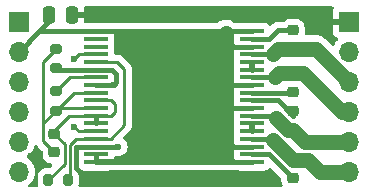
<source format=gbr>
%TF.GenerationSoftware,KiCad,Pcbnew,(6.0.7)*%
%TF.CreationDate,2023-04-08T21:33:57+09:00*%
%TF.ProjectId,motordriver,6d6f746f-7264-4726-9976-65722e6b6963,rev?*%
%TF.SameCoordinates,Original*%
%TF.FileFunction,Copper,L1,Top*%
%TF.FilePolarity,Positive*%
%FSLAX46Y46*%
G04 Gerber Fmt 4.6, Leading zero omitted, Abs format (unit mm)*
G04 Created by KiCad (PCBNEW (6.0.7)) date 2023-04-08 21:33:57*
%MOMM*%
%LPD*%
G01*
G04 APERTURE LIST*
G04 Aperture macros list*
%AMRoundRect*
0 Rectangle with rounded corners*
0 $1 Rounding radius*
0 $2 $3 $4 $5 $6 $7 $8 $9 X,Y pos of 4 corners*
0 Add a 4 corners polygon primitive as box body*
4,1,4,$2,$3,$4,$5,$6,$7,$8,$9,$2,$3,0*
0 Add four circle primitives for the rounded corners*
1,1,$1+$1,$2,$3*
1,1,$1+$1,$4,$5*
1,1,$1+$1,$6,$7*
1,1,$1+$1,$8,$9*
0 Add four rect primitives between the rounded corners*
20,1,$1+$1,$2,$3,$4,$5,0*
20,1,$1+$1,$4,$5,$6,$7,0*
20,1,$1+$1,$6,$7,$8,$9,0*
20,1,$1+$1,$8,$9,$2,$3,0*%
G04 Aperture macros list end*
%TA.AperFunction,SMDPad,CuDef*%
%ADD10RoundRect,0.200000X0.275000X-0.200000X0.275000X0.200000X-0.275000X0.200000X-0.275000X-0.200000X0*%
%TD*%
%TA.AperFunction,SMDPad,CuDef*%
%ADD11RoundRect,0.225000X-0.250000X0.225000X-0.250000X-0.225000X0.250000X-0.225000X0.250000X0.225000X0*%
%TD*%
%TA.AperFunction,ComponentPad*%
%ADD12O,1.700000X1.700000*%
%TD*%
%TA.AperFunction,ComponentPad*%
%ADD13R,1.700000X1.700000*%
%TD*%
%TA.AperFunction,SMDPad,CuDef*%
%ADD14RoundRect,0.225000X0.250000X-0.225000X0.250000X0.225000X-0.250000X0.225000X-0.250000X-0.225000X0*%
%TD*%
%TA.AperFunction,SMDPad,CuDef*%
%ADD15RoundRect,0.200000X-0.200000X-0.275000X0.200000X-0.275000X0.200000X0.275000X-0.200000X0.275000X0*%
%TD*%
%TA.AperFunction,SMDPad,CuDef*%
%ADD16R,2.000000X0.450000*%
%TD*%
%TA.AperFunction,SMDPad,CuDef*%
%ADD17RoundRect,0.250000X-0.250000X-0.475000X0.250000X-0.475000X0.250000X0.475000X-0.250000X0.475000X0*%
%TD*%
%TA.AperFunction,ViaPad*%
%ADD18C,0.600000*%
%TD*%
%TA.AperFunction,Conductor*%
%ADD19C,0.400000*%
%TD*%
%TA.AperFunction,Conductor*%
%ADD20C,0.254000*%
%TD*%
%TA.AperFunction,Conductor*%
%ADD21C,1.270000*%
%TD*%
G04 APERTURE END LIST*
D10*
%TO.P,R2,2*%
%TO.N,VSS*%
X132539500Y-94692600D03*
%TO.P,R2,1*%
%TO.N,GND*%
X132539500Y-96342600D03*
%TD*%
D11*
%TO.P,C3,2*%
%TO.N,OUT2_1*%
X152580100Y-101537400D03*
%TO.P,C3,1*%
%TO.N,Net-(C3-Pad1)*%
X152580100Y-99987400D03*
%TD*%
D12*
%TO.P,J2,6,Pin_6*%
%TO.N,RESET*%
X129364500Y-105080400D03*
%TO.P,J2,5,Pin_5*%
%TO.N,PWM_2*%
X129364500Y-102540400D03*
%TO.P,J2,4,Pin_4*%
%TO.N,PWM_1*%
X129364500Y-100000400D03*
%TO.P,J2,3,Pin_3*%
%TO.N,unconnected-(J2-Pad3)*%
X129364500Y-97460400D03*
%TO.P,J2,2,Pin_2*%
%TO.N,+12V*%
X129364500Y-94920400D03*
D13*
%TO.P,J2,1,Pin_1*%
%TO.N,GND*%
X129364500Y-92380400D03*
%TD*%
D12*
%TO.P,J1,6,Pin_6*%
%TO.N,OUT2_2*%
X157304500Y-105080400D03*
%TO.P,J1,5,Pin_5*%
%TO.N,OUT2_1*%
X157304500Y-102540400D03*
%TO.P,J1,4,Pin_4*%
%TO.N,OUT1_2*%
X157304500Y-100000400D03*
%TO.P,J1,3,Pin_3*%
%TO.N,OUT1_1*%
X157304500Y-97460400D03*
%TO.P,J1,2,Pin_2*%
%TO.N,+12V*%
X157304500Y-94920400D03*
D13*
%TO.P,J1,1,Pin_1*%
%TO.N,GND*%
X157304500Y-92380400D03*
%TD*%
D14*
%TO.P,C5,2*%
%TO.N,+3.3V*%
X132361700Y-101867000D03*
%TO.P,C5,1*%
%TO.N,VSS*%
X132361700Y-103417000D03*
%TD*%
D15*
%TO.P,R3,1*%
%TO.N,+3.3V*%
X131866900Y-105791600D03*
%TO.P,R3,2*%
%TO.N,RESET*%
X133516900Y-105791600D03*
%TD*%
D10*
%TO.P,R1,2*%
%TO.N,Net-(IC1-Pad7)*%
X132539500Y-98261800D03*
%TO.P,R1,1*%
%TO.N,VSS*%
X132539500Y-99911800D03*
%TD*%
D14*
%TO.P,C4,2*%
%TO.N,OUT2_2*%
X152580100Y-104076800D03*
%TO.P,C4,1*%
%TO.N,Net-(C4-Pad1)*%
X152580100Y-105626800D03*
%TD*%
D16*
%TO.P,IC1,36,GVDD_A*%
%TO.N,+12V*%
X149121700Y-93205400D03*
%TO.P,IC1,35,BST_A*%
%TO.N,Net-(C1-Pad1)*%
X149121700Y-93855400D03*
%TO.P,IC1,34,PVDD_A*%
%TO.N,+12V*%
X149121700Y-94505400D03*
%TO.P,IC1,33,OUT_A*%
%TO.N,OUT1_1*%
X149121700Y-95155400D03*
%TO.P,IC1,32,GND_A*%
%TO.N,GND*%
X149121700Y-95805400D03*
%TO.P,IC1,31,GND_B*%
X149121700Y-96455400D03*
%TO.P,IC1,30,OUT_B*%
%TO.N,OUT1_2*%
X149121700Y-97105400D03*
%TO.P,IC1,29,PVDD_B*%
%TO.N,+12V*%
X149121700Y-97755400D03*
%TO.P,IC1,28,BST_B*%
%TO.N,Net-(C2-Pad1)*%
X149121700Y-98405400D03*
%TO.P,IC1,27,BST_C*%
%TO.N,Net-(C3-Pad1)*%
X149121700Y-99055400D03*
%TO.P,IC1,26,PVDD_C*%
%TO.N,+12V*%
X149121700Y-99705400D03*
%TO.P,IC1,25,OUT_C*%
%TO.N,OUT2_1*%
X149121700Y-100355400D03*
%TO.P,IC1,24,GND_C*%
%TO.N,GND*%
X149121700Y-101005400D03*
%TO.P,IC1,23,GND_D*%
X149121700Y-101655400D03*
%TO.P,IC1,22,OUT_D*%
%TO.N,OUT2_2*%
X149121700Y-102305400D03*
%TO.P,IC1,21,PVDD_D*%
%TO.N,+12V*%
X149121700Y-102955400D03*
%TO.P,IC1,20,BST_D*%
%TO.N,Net-(C4-Pad1)*%
X149121700Y-103605400D03*
%TO.P,IC1,19,GVDD_D*%
%TO.N,+12V*%
X149121700Y-104255400D03*
%TO.P,IC1,18,GVDD_C*%
X135921700Y-104255400D03*
%TO.P,IC1,17,VDD*%
X135921700Y-103605400D03*
%TO.P,IC1,16,PWM_D*%
%TO.N,GND*%
X135921700Y-102955400D03*
%TO.P,IC1,15,~{RESET_CD}*%
%TO.N,RESET*%
X135921700Y-102305400D03*
%TO.P,IC1,14,PWM_C*%
%TO.N,PWM_2*%
X135921700Y-101655400D03*
%TO.P,IC1,13,M1*%
%TO.N,+3.3V*%
X135921700Y-101005400D03*
%TO.P,IC1,12,M2*%
X135921700Y-100355400D03*
%TO.P,IC1,11,M3*%
%TO.N,VSS*%
X135921700Y-99705400D03*
%TO.P,IC1,10,VREG*%
%TO.N,+3.3V*%
X135921700Y-99055400D03*
%TO.P,IC1,9,AGND*%
%TO.N,VSS*%
X135921700Y-98405400D03*
%TO.P,IC1,8,GND*%
%TO.N,GND*%
X135921700Y-97755400D03*
%TO.P,IC1,7,OC_ADJ*%
%TO.N,Net-(IC1-Pad7)*%
X135921700Y-97105400D03*
%TO.P,IC1,6,PWM_B*%
%TO.N,GND*%
X135921700Y-96455400D03*
%TO.P,IC1,5,~{RESET_AB}*%
%TO.N,RESET*%
X135921700Y-95805400D03*
%TO.P,IC1,4,PWM_A*%
%TO.N,PWM_1*%
X135921700Y-95155400D03*
%TO.P,IC1,3,~{FAULT}*%
%TO.N,unconnected-(IC1-Pad3)*%
X135921700Y-94505400D03*
%TO.P,IC1,2,~{OTW}*%
%TO.N,unconnected-(IC1-Pad2)*%
X135921700Y-93855400D03*
%TO.P,IC1,1,GVDD_B*%
%TO.N,+12V*%
X135921700Y-93205400D03*
%TD*%
D14*
%TO.P,C2,2*%
%TO.N,OUT1_2*%
X152580100Y-96748600D03*
%TO.P,C2,1*%
%TO.N,Net-(C2-Pad1)*%
X152580100Y-98298600D03*
%TD*%
D17*
%TO.P,C7,1*%
%TO.N,+12V*%
X131945100Y-91821600D03*
%TO.P,C7,2*%
%TO.N,GND*%
X133845100Y-91821600D03*
%TD*%
D11*
%TO.P,C1,2*%
%TO.N,OUT1_1*%
X152580100Y-94679400D03*
%TO.P,C1,1*%
%TO.N,Net-(C1-Pad1)*%
X152580100Y-93129400D03*
%TD*%
D18*
%TO.N,RESET*%
X133516900Y-105791600D03*
%TO.N,GND*%
X145137900Y-105842400D03*
X137365500Y-105994800D03*
X130380500Y-103734200D03*
X143715500Y-91847000D03*
X139930900Y-91720000D03*
X143156700Y-105740800D03*
X135536700Y-91821600D03*
X137763300Y-102955400D03*
X137403600Y-97727100D03*
X132539500Y-96342600D03*
X149121700Y-96092800D03*
X140540500Y-105715400D03*
X149121700Y-101350600D03*
X148744700Y-91821600D03*
X150929100Y-105766200D03*
X155120100Y-91821600D03*
X148058900Y-105969400D03*
%TO.N,PWM_1*%
X134038100Y-95555400D03*
%TO.N,+12V*%
X146915900Y-98095400D03*
X146915900Y-96596800D03*
%TO.N,PWM_2*%
X134063500Y-101295800D03*
%TD*%
D19*
%TO.N,+12V*%
X135921700Y-93205400D02*
X131079500Y-93205400D01*
X131079500Y-93205400D02*
X129364500Y-94920400D01*
X131945100Y-92339800D02*
X131945100Y-91821600D01*
X131079500Y-93205400D02*
X131945100Y-92339800D01*
D20*
%TO.N,+3.3V*%
X133234900Y-104423600D02*
X131866900Y-105791600D01*
%TO.N,RESET*%
X133688900Y-102788000D02*
X133688900Y-105619600D01*
X133688900Y-105619600D02*
X133516900Y-105791600D01*
%TO.N,+3.3V*%
X132361700Y-101867000D02*
X133234900Y-102740200D01*
X133234900Y-102740200D02*
X133234900Y-104029400D01*
X133234900Y-104029400D02*
X133234900Y-104423600D01*
%TO.N,RESET*%
X135921700Y-102305400D02*
X134171500Y-102305400D01*
X134171500Y-102305400D02*
X133688900Y-102788000D01*
D21*
%TO.N,OUT1_1*%
X157304500Y-97460400D02*
X154523500Y-94679400D01*
X154523500Y-94679400D02*
X152580100Y-94679400D01*
D19*
X149121700Y-95155400D02*
X150846500Y-95155400D01*
D21*
X151322500Y-94679400D02*
X150846500Y-95155400D01*
X152580100Y-94679400D02*
X151322500Y-94679400D01*
D19*
%TO.N,Net-(C2-Pad1)*%
X149121700Y-98405400D02*
X152473300Y-98405400D01*
X152473300Y-98405400D02*
X152580100Y-98298600D01*
%TO.N,OUT1_2*%
X149121700Y-97105400D02*
X150802700Y-97105400D01*
D21*
X157304500Y-100000400D02*
X156720300Y-100000400D01*
D19*
X150802700Y-97105400D02*
X151056700Y-97105400D01*
D21*
X156720300Y-100000400D02*
X153468500Y-96748600D01*
X151413500Y-96748600D02*
X151056700Y-97105400D01*
X152580100Y-96748600D02*
X151413500Y-96748600D01*
X153468500Y-96748600D02*
X152580100Y-96748600D01*
D19*
%TO.N,Net-(C3-Pad1)*%
X149121700Y-99055400D02*
X151305500Y-99055400D01*
X151305500Y-99055400D02*
X152580100Y-100330000D01*
D21*
%TO.N,OUT2_1*%
X152580100Y-101537400D02*
X152135900Y-101537400D01*
D19*
X150699900Y-100355400D02*
X151004700Y-100355400D01*
D21*
X157304500Y-102540400D02*
X153583100Y-102540400D01*
D19*
X149121700Y-100355400D02*
X150699900Y-100355400D01*
D21*
X152135900Y-101537400D02*
X151132300Y-100533800D01*
X153583100Y-102540400D02*
X152580100Y-101537400D01*
D19*
%TO.N,Net-(C4-Pad1)*%
X149121700Y-103605400D02*
X150558700Y-103605400D01*
X150558700Y-103605400D02*
X152580100Y-105626800D01*
D21*
%TO.N,OUT2_2*%
X154866100Y-105080400D02*
X153862500Y-104076800D01*
X152580100Y-104076800D02*
X152580100Y-104060494D01*
X152580100Y-104060494D02*
X150886553Y-102366947D01*
X153862500Y-104076800D02*
X152580100Y-104076800D01*
D19*
X150694100Y-102305400D02*
X150948100Y-102305400D01*
X149121700Y-102305400D02*
X150694100Y-102305400D01*
D21*
X157304500Y-105080400D02*
X154866100Y-105080400D01*
D19*
%TO.N,GND*%
X137296700Y-96455400D02*
X137619500Y-96778200D01*
X132652300Y-96455400D02*
X132539500Y-96342600D01*
X135921700Y-102955400D02*
X137763300Y-102955400D01*
X149121700Y-101005400D02*
X149121700Y-101350600D01*
X149121700Y-95805400D02*
X149121700Y-96092800D01*
X149121700Y-101350600D02*
X149121700Y-101655400D01*
X137619500Y-97511200D02*
X137403600Y-97727100D01*
X134215900Y-103023000D02*
X134215900Y-104242200D01*
X135921700Y-96455400D02*
X132652300Y-96455400D01*
X135921700Y-96455400D02*
X137296700Y-96455400D01*
X134215900Y-104775600D02*
X134647700Y-105207400D01*
X134283500Y-102955400D02*
X134215900Y-103023000D01*
X135921700Y-102955400D02*
X134283500Y-102955400D01*
X149121700Y-96092800D02*
X149121700Y-96455400D01*
X137403600Y-97727100D02*
X137375300Y-97755400D01*
X137619500Y-96778200D02*
X137619500Y-97511200D01*
X134215900Y-104242200D02*
X134215900Y-104775600D01*
X137375300Y-97755400D02*
X135921700Y-97755400D01*
D20*
%TO.N,Net-(IC1-Pad7)*%
X133695900Y-97105400D02*
X132539500Y-98261800D01*
X135921700Y-97105400D02*
X133695900Y-97105400D01*
D19*
%TO.N,Net-(C1-Pad1)*%
X150571700Y-93855400D02*
X151297700Y-93129400D01*
X149121700Y-93855400D02*
X150571700Y-93855400D01*
X151297700Y-93129400D02*
X152580100Y-93129400D01*
D20*
%TO.N,PWM_1*%
X134438100Y-95155400D02*
X134038100Y-95555400D01*
X135921700Y-95155400D02*
X134438100Y-95155400D01*
D19*
%TO.N,+12V*%
X147364500Y-94505400D02*
X146915900Y-94056800D01*
D21*
X146915900Y-96596800D02*
X146915900Y-98095400D01*
X146915900Y-94056800D02*
X146915900Y-96596800D01*
D19*
X149121700Y-102955400D02*
X147212100Y-102955400D01*
X149121700Y-104255400D02*
X147741900Y-104255400D01*
D21*
X146915900Y-98095400D02*
X146915900Y-99797200D01*
D19*
X147212100Y-102955400D02*
X146915900Y-103251600D01*
X146953500Y-104255400D02*
X147741900Y-104255400D01*
X147740900Y-93205400D02*
X135921700Y-93205400D01*
X149121700Y-97755400D02*
X147255900Y-97755400D01*
D21*
X146915900Y-99797200D02*
X146915900Y-103251600D01*
D19*
X147255900Y-97755400D02*
X146915900Y-98095400D01*
X147007700Y-99705400D02*
X146915900Y-99797200D01*
X147081500Y-93205400D02*
X146915900Y-93371000D01*
X147740900Y-93205400D02*
X147081500Y-93205400D01*
X149121700Y-94505400D02*
X147364500Y-94505400D01*
X149121700Y-93205400D02*
X147740900Y-93205400D01*
D21*
X146915900Y-93371000D02*
X146915900Y-94056800D01*
D19*
X149121700Y-99705400D02*
X147007700Y-99705400D01*
X135921700Y-104255400D02*
X146953500Y-104255400D01*
D20*
%TO.N,+3.3V*%
X132361700Y-101600600D02*
X132361700Y-101867000D01*
X137188300Y-100355400D02*
X135921700Y-100355400D01*
X133606900Y-100355400D02*
X132361700Y-101600600D01*
X137492500Y-99340000D02*
X137492500Y-100051200D01*
X137207900Y-99055400D02*
X137492500Y-99340000D01*
D19*
X135921700Y-101005400D02*
X135921700Y-100355400D01*
D20*
X135921700Y-100355400D02*
X133606900Y-100355400D01*
X135921700Y-99055400D02*
X137207900Y-99055400D01*
X137492500Y-100051200D02*
X137188300Y-100355400D01*
%TO.N,PWM_2*%
X134423100Y-101655400D02*
X134063500Y-101295800D01*
X135921700Y-101655400D02*
X134423100Y-101655400D01*
%TO.N,VSS*%
X131447300Y-101004000D02*
X131447300Y-95784800D01*
X131447300Y-95784800D02*
X132539500Y-94692600D01*
X135921700Y-99705400D02*
X132745900Y-99705400D01*
X134045900Y-98405400D02*
X132539500Y-99911800D01*
X135921700Y-98405400D02*
X134045900Y-98405400D01*
X132745900Y-99705400D02*
X132539500Y-99911800D01*
X131447300Y-102502600D02*
X132361700Y-103417000D01*
X131447300Y-101004000D02*
X131447300Y-102502600D01*
X131447300Y-101004000D02*
X132539500Y-99911800D01*
%TO.N,RESET*%
X135921700Y-102305400D02*
X137175700Y-102305400D01*
X137691700Y-95805400D02*
X135921700Y-95805400D01*
X138305300Y-101175800D02*
X138305300Y-96419000D01*
X138305300Y-96419000D02*
X137691700Y-95805400D01*
X137175700Y-102305400D02*
X138305300Y-101175800D01*
%TD*%
%TA.AperFunction,Conductor*%
%TO.N,+12V*%
G36*
X147788095Y-92987823D02*
G01*
X147830937Y-93000402D01*
X147877430Y-93054058D01*
X147887534Y-93124332D01*
X147858040Y-93188912D01*
X147838383Y-93207225D01*
X147758439Y-93267139D01*
X147671085Y-93383695D01*
X147670796Y-93383479D01*
X147624635Y-93429539D01*
X147619282Y-93431753D01*
X147615372Y-93436265D01*
X147613701Y-93443948D01*
X147613701Y-93475070D01*
X147614070Y-93481888D01*
X147617609Y-93514467D01*
X147617609Y-93541680D01*
X147613200Y-93582266D01*
X147613200Y-94128534D01*
X147617609Y-94169120D01*
X147617609Y-94196333D01*
X147614069Y-94228917D01*
X147613700Y-94235728D01*
X147613700Y-94262285D01*
X147618175Y-94277524D01*
X147643870Y-94299789D01*
X147643412Y-94300318D01*
X147655800Y-94307082D01*
X147670907Y-94327239D01*
X147671085Y-94327105D01*
X147748077Y-94429835D01*
X147772925Y-94496341D01*
X147757872Y-94565724D01*
X147748077Y-94580965D01*
X147671085Y-94683695D01*
X147670796Y-94683479D01*
X147624635Y-94729539D01*
X147619282Y-94731753D01*
X147615372Y-94736265D01*
X147613701Y-94743948D01*
X147613701Y-94775070D01*
X147614070Y-94781888D01*
X147617609Y-94814467D01*
X147617609Y-94841680D01*
X147613200Y-94882266D01*
X147613200Y-95428534D01*
X147613569Y-95431929D01*
X147613569Y-95431933D01*
X147617356Y-95466793D01*
X147617356Y-95494006D01*
X147613200Y-95532266D01*
X147613200Y-96078534D01*
X147613569Y-96081929D01*
X147613569Y-96081933D01*
X147617356Y-96116793D01*
X147617356Y-96144007D01*
X147614292Y-96172217D01*
X147613200Y-96182266D01*
X147613200Y-96728534D01*
X147613569Y-96731929D01*
X147613569Y-96731933D01*
X147617356Y-96766793D01*
X147617356Y-96794006D01*
X147613200Y-96832266D01*
X147613200Y-97378534D01*
X147617609Y-97419120D01*
X147617609Y-97446333D01*
X147614069Y-97478917D01*
X147613700Y-97485728D01*
X147613700Y-97512285D01*
X147618175Y-97527524D01*
X147643870Y-97549789D01*
X147643412Y-97550318D01*
X147655800Y-97557082D01*
X147670907Y-97577239D01*
X147671085Y-97577105D01*
X147748077Y-97679835D01*
X147772925Y-97746341D01*
X147757872Y-97815724D01*
X147748077Y-97830965D01*
X147671085Y-97933695D01*
X147670796Y-97933479D01*
X147624635Y-97979539D01*
X147619282Y-97981753D01*
X147615372Y-97986265D01*
X147613701Y-97993948D01*
X147613701Y-98025070D01*
X147614070Y-98031888D01*
X147617609Y-98064467D01*
X147617609Y-98091680D01*
X147613200Y-98132266D01*
X147613200Y-98678534D01*
X147613569Y-98681929D01*
X147613569Y-98681933D01*
X147617356Y-98716793D01*
X147617356Y-98744006D01*
X147613200Y-98782266D01*
X147613200Y-99328534D01*
X147617609Y-99369120D01*
X147617609Y-99396333D01*
X147614069Y-99428917D01*
X147613700Y-99435728D01*
X147613700Y-99462285D01*
X147618175Y-99477524D01*
X147643870Y-99499789D01*
X147643412Y-99500318D01*
X147655800Y-99507082D01*
X147670907Y-99527239D01*
X147671085Y-99527105D01*
X147748077Y-99629835D01*
X147772925Y-99696341D01*
X147757872Y-99765724D01*
X147748077Y-99780965D01*
X147671085Y-99883695D01*
X147670796Y-99883479D01*
X147624635Y-99929539D01*
X147619282Y-99931753D01*
X147615372Y-99936265D01*
X147613701Y-99943948D01*
X147613701Y-99975070D01*
X147614070Y-99981888D01*
X147617609Y-100014467D01*
X147617609Y-100041680D01*
X147613200Y-100082266D01*
X147613200Y-100628534D01*
X147613569Y-100631929D01*
X147613569Y-100631933D01*
X147617356Y-100666793D01*
X147617356Y-100694006D01*
X147613200Y-100732266D01*
X147613200Y-101278534D01*
X147613569Y-101281929D01*
X147613569Y-101281933D01*
X147617356Y-101316793D01*
X147617356Y-101344007D01*
X147615426Y-101361778D01*
X147613200Y-101382266D01*
X147613200Y-101928534D01*
X147613569Y-101931929D01*
X147613569Y-101931933D01*
X147617356Y-101966793D01*
X147617356Y-101994006D01*
X147613200Y-102032266D01*
X147613200Y-102578534D01*
X147617609Y-102619120D01*
X147617609Y-102646333D01*
X147614069Y-102678917D01*
X147613700Y-102685728D01*
X147613700Y-102712285D01*
X147618175Y-102727524D01*
X147643870Y-102749789D01*
X147643412Y-102750318D01*
X147655800Y-102757082D01*
X147670907Y-102777239D01*
X147671085Y-102777105D01*
X147748077Y-102879835D01*
X147772925Y-102946341D01*
X147757872Y-103015724D01*
X147748077Y-103030965D01*
X147671085Y-103133695D01*
X147670796Y-103133479D01*
X147624635Y-103179539D01*
X147619282Y-103181753D01*
X147615372Y-103186265D01*
X147613701Y-103193948D01*
X147613701Y-103225070D01*
X147614070Y-103231888D01*
X147617609Y-103264467D01*
X147617609Y-103291680D01*
X147613200Y-103332266D01*
X147613200Y-103878534D01*
X147617609Y-103919120D01*
X147617609Y-103946333D01*
X147614069Y-103978917D01*
X147613700Y-103985728D01*
X147613700Y-104012285D01*
X147618175Y-104027524D01*
X147643870Y-104049789D01*
X147643412Y-104050318D01*
X147655800Y-104057082D01*
X147670907Y-104077239D01*
X147671085Y-104077105D01*
X147758439Y-104193661D01*
X147765619Y-104199042D01*
X147838381Y-104253574D01*
X147880896Y-104310433D01*
X147885922Y-104381251D01*
X147851862Y-104443545D01*
X147801882Y-104470800D01*
X135790005Y-104470800D01*
X135754579Y-104460398D01*
X135714375Y-104413999D01*
X135712930Y-103759625D01*
X135716702Y-103746779D01*
X135770358Y-103700286D01*
X135822700Y-103688900D01*
X136020700Y-103688900D01*
X136088821Y-103708902D01*
X136135314Y-103762558D01*
X136146700Y-103814900D01*
X136146700Y-104012285D01*
X136151175Y-104027524D01*
X136152565Y-104028729D01*
X136160248Y-104030400D01*
X137411584Y-104030400D01*
X137426823Y-104025925D01*
X137428028Y-104024535D01*
X137429699Y-104016852D01*
X137429699Y-103985731D01*
X137429330Y-103978925D01*
X137425538Y-103944005D01*
X137425539Y-103916794D01*
X137429331Y-103881888D01*
X137429700Y-103875071D01*
X137429700Y-103870528D01*
X137449702Y-103802407D01*
X137503358Y-103755914D01*
X137572365Y-103745635D01*
X137739280Y-103767907D01*
X137739284Y-103767907D01*
X137746261Y-103768838D01*
X137753272Y-103768200D01*
X137753276Y-103768200D01*
X137895759Y-103755232D01*
X137926900Y-103752398D01*
X137933602Y-103750220D01*
X137933604Y-103750220D01*
X138092709Y-103698524D01*
X138092712Y-103698523D01*
X138099408Y-103696347D01*
X138255212Y-103603469D01*
X138386566Y-103478382D01*
X138486943Y-103327302D01*
X138537600Y-103193948D01*
X138548855Y-103164320D01*
X138548856Y-103164318D01*
X138551355Y-103157738D01*
X138554734Y-103133695D01*
X138576048Y-102982039D01*
X138576048Y-102982036D01*
X138576599Y-102978117D01*
X138576916Y-102955400D01*
X138556697Y-102775145D01*
X138550407Y-102757082D01*
X138499364Y-102610506D01*
X138499362Y-102610503D01*
X138497045Y-102603848D01*
X138479092Y-102575117D01*
X138404659Y-102455998D01*
X138400926Y-102450024D01*
X138273115Y-102321318D01*
X138267164Y-102317541D01*
X138263044Y-102314229D01*
X138222486Y-102255957D01*
X138219872Y-102185008D01*
X138252898Y-102126934D01*
X138447900Y-101931933D01*
X138698788Y-101681045D01*
X138707107Y-101673475D01*
X138713603Y-101669353D01*
X138760386Y-101619534D01*
X138763140Y-101616693D01*
X138782939Y-101596894D01*
X138785368Y-101593763D01*
X138785372Y-101593758D01*
X138785439Y-101593672D01*
X138793147Y-101584647D01*
X138818092Y-101558083D01*
X138823517Y-101552306D01*
X138827335Y-101545361D01*
X138827338Y-101545357D01*
X138833326Y-101534466D01*
X138844178Y-101517945D01*
X138846147Y-101515406D01*
X138856650Y-101501866D01*
X138874271Y-101461145D01*
X138879492Y-101450489D01*
X138897048Y-101418555D01*
X138897050Y-101418549D01*
X138900869Y-101411603D01*
X138902840Y-101403928D01*
X138902842Y-101403922D01*
X138905931Y-101391889D01*
X138912334Y-101373187D01*
X138920417Y-101354508D01*
X138921657Y-101346682D01*
X138921658Y-101346677D01*
X138927360Y-101310680D01*
X138929766Y-101299060D01*
X138938828Y-101263763D01*
X138938828Y-101263762D01*
X138940800Y-101256082D01*
X138940800Y-101235734D01*
X138942351Y-101216023D01*
X138944295Y-101203749D01*
X138945535Y-101195920D01*
X138941359Y-101151744D01*
X138940800Y-101139886D01*
X138940800Y-96498020D01*
X138941329Y-96486791D01*
X138943008Y-96479281D01*
X138940862Y-96411001D01*
X138940800Y-96407044D01*
X138940800Y-96379017D01*
X138940289Y-96374971D01*
X138939357Y-96363136D01*
X138938213Y-96326720D01*
X138937964Y-96318795D01*
X138932287Y-96299253D01*
X138928278Y-96279894D01*
X138928119Y-96278633D01*
X138925727Y-96259701D01*
X138922811Y-96252337D01*
X138922810Y-96252332D01*
X138909388Y-96218435D01*
X138905549Y-96207224D01*
X138893168Y-96164607D01*
X138882811Y-96147093D01*
X138874115Y-96129343D01*
X138869539Y-96117785D01*
X138869536Y-96117780D01*
X138866619Y-96110412D01*
X138840533Y-96074507D01*
X138834016Y-96064585D01*
X138815472Y-96033228D01*
X138815470Y-96033225D01*
X138811434Y-96026401D01*
X138797047Y-96012014D01*
X138784206Y-95996980D01*
X138776902Y-95986927D01*
X138772242Y-95980513D01*
X138738050Y-95952227D01*
X138729271Y-95944238D01*
X138196950Y-95411917D01*
X138189374Y-95403591D01*
X138185253Y-95397097D01*
X138135434Y-95350314D01*
X138132593Y-95347560D01*
X138112794Y-95327761D01*
X138109669Y-95325337D01*
X138109660Y-95325329D01*
X138109574Y-95325263D01*
X138100549Y-95317555D01*
X138073985Y-95292610D01*
X138068206Y-95287183D01*
X138050369Y-95277377D01*
X138033853Y-95266527D01*
X138017767Y-95254050D01*
X137977034Y-95236424D01*
X137966386Y-95231207D01*
X137954758Y-95224815D01*
X137927503Y-95209831D01*
X137919828Y-95207860D01*
X137919822Y-95207858D01*
X137907789Y-95204769D01*
X137889087Y-95198366D01*
X137870408Y-95190283D01*
X137836572Y-95184924D01*
X137826573Y-95183340D01*
X137814960Y-95180935D01*
X137771982Y-95169900D01*
X137751635Y-95169900D01*
X137731924Y-95168349D01*
X137719650Y-95166405D01*
X137711821Y-95165165D01*
X137703929Y-95165911D01*
X137667644Y-95169341D01*
X137655786Y-95169900D01*
X137556200Y-95169900D01*
X137488079Y-95149898D01*
X137441586Y-95096242D01*
X137430200Y-95043900D01*
X137430200Y-94882266D01*
X137426044Y-94844006D01*
X137426044Y-94816793D01*
X137429831Y-94781933D01*
X137429831Y-94781929D01*
X137430200Y-94778534D01*
X137430200Y-94232266D01*
X137426044Y-94194006D01*
X137426044Y-94166793D01*
X137429831Y-94131933D01*
X137429831Y-94131928D01*
X137430200Y-94128534D01*
X137430200Y-93582266D01*
X137425791Y-93541680D01*
X137425791Y-93514465D01*
X137429331Y-93481881D01*
X137429700Y-93475072D01*
X137429700Y-93448515D01*
X137425225Y-93433276D01*
X137399530Y-93411011D01*
X137399988Y-93410482D01*
X137387600Y-93403718D01*
X137372493Y-93383561D01*
X137372315Y-93383695D01*
X137290342Y-93274319D01*
X137284961Y-93267139D01*
X137205019Y-93207225D01*
X137162504Y-93150367D01*
X137157478Y-93079549D01*
X137191538Y-93017255D01*
X137253869Y-92983265D01*
X137280584Y-92980400D01*
X137411582Y-92980400D01*
X137436355Y-92973126D01*
X137472094Y-92968022D01*
X147788095Y-92987823D01*
G37*
%TD.AperFunction*%
%TD*%
%TA.AperFunction,Conductor*%
%TO.N,GND*%
G36*
X150720539Y-104769209D02*
G01*
X151559697Y-105608368D01*
X151593721Y-105670678D01*
X151596600Y-105697461D01*
X151596600Y-105900532D01*
X151607213Y-106002819D01*
X151609395Y-106009359D01*
X151658637Y-106156953D01*
X151661344Y-106165068D01*
X151672440Y-106182998D01*
X151691277Y-106251448D01*
X151670116Y-106319218D01*
X151615676Y-106364789D01*
X151565295Y-106375300D01*
X134534199Y-106375300D01*
X134466078Y-106355298D01*
X134419585Y-106301642D01*
X134409481Y-106231368D01*
X134413965Y-106211620D01*
X134416653Y-106203043D01*
X134418653Y-106196662D01*
X134425400Y-106123235D01*
X134425399Y-105459966D01*
X134425134Y-105457074D01*
X134419264Y-105393192D01*
X134418653Y-105386538D01*
X134414543Y-105373423D01*
X134369644Y-105230150D01*
X134369643Y-105230148D01*
X134367372Y-105222901D01*
X134342624Y-105182037D01*
X134324400Y-105116766D01*
X134324400Y-104909602D01*
X134344402Y-104841481D01*
X134398058Y-104794988D01*
X134468332Y-104784884D01*
X134532912Y-104814378D01*
X134551225Y-104834036D01*
X134558439Y-104843661D01*
X134674995Y-104931015D01*
X134811384Y-104982145D01*
X134873566Y-104988900D01*
X136969834Y-104988900D01*
X137032016Y-104982145D01*
X137059296Y-104971918D01*
X137103526Y-104963900D01*
X147939874Y-104963900D01*
X147984104Y-104971918D01*
X148011384Y-104982145D01*
X148073566Y-104988900D01*
X150169834Y-104988900D01*
X150232016Y-104982145D01*
X150368405Y-104931015D01*
X150484961Y-104843661D01*
X150506556Y-104814847D01*
X150530619Y-104782740D01*
X150587478Y-104740225D01*
X150658297Y-104735199D01*
X150720539Y-104769209D01*
G37*
%TD.AperFunction*%
%TA.AperFunction,Conductor*%
G36*
X130856680Y-102797587D02*
G01*
X130905201Y-102837642D01*
X130912069Y-102847095D01*
X130918581Y-102857010D01*
X130937126Y-102888368D01*
X130937129Y-102888372D01*
X130941166Y-102895198D01*
X130955550Y-102909582D01*
X130968391Y-102924616D01*
X130980358Y-102941087D01*
X130986466Y-102946140D01*
X131014555Y-102969377D01*
X131023335Y-102977367D01*
X131341295Y-103295327D01*
X131375321Y-103357639D01*
X131378200Y-103384422D01*
X131378200Y-103690732D01*
X131388813Y-103793019D01*
X131390995Y-103799559D01*
X131439518Y-103944998D01*
X131442944Y-103955268D01*
X131532948Y-104100713D01*
X131653998Y-104221552D01*
X131660228Y-104225392D01*
X131660229Y-104225393D01*
X131705044Y-104253017D01*
X131799599Y-104311302D01*
X131961943Y-104365149D01*
X131968780Y-104365849D01*
X131968782Y-104365850D01*
X132010101Y-104370083D01*
X132062968Y-104375500D01*
X132080077Y-104375500D01*
X132148198Y-104395502D01*
X132194691Y-104449158D01*
X132204795Y-104519432D01*
X132175301Y-104584012D01*
X132169172Y-104590595D01*
X131988572Y-104771195D01*
X131926260Y-104805221D01*
X131899477Y-104808100D01*
X131628138Y-104808101D01*
X131610266Y-104808101D01*
X131607408Y-104808364D01*
X131607399Y-104808364D01*
X131571896Y-104811626D01*
X131536838Y-104814847D01*
X131530460Y-104816846D01*
X131530459Y-104816846D01*
X131380450Y-104863856D01*
X131380448Y-104863857D01*
X131373201Y-104866128D01*
X131226519Y-104954961D01*
X131105261Y-105076219D01*
X131016428Y-105222901D01*
X130965147Y-105386538D01*
X130958400Y-105459965D01*
X130958401Y-106123234D01*
X130958664Y-106126092D01*
X130958664Y-106126101D01*
X130958978Y-106129515D01*
X130965147Y-106196662D01*
X130969835Y-106211620D01*
X130971120Y-106282605D01*
X130933823Y-106343016D01*
X130869787Y-106373673D01*
X130849601Y-106375300D01*
X130282272Y-106375300D01*
X130214151Y-106355298D01*
X130167658Y-106301642D01*
X130157554Y-106231368D01*
X130187048Y-106166788D01*
X130209103Y-106146722D01*
X130240154Y-106124574D01*
X130240161Y-106124568D01*
X130244360Y-106121573D01*
X130280586Y-106085474D01*
X130371659Y-105994718D01*
X130402596Y-105963889D01*
X130532953Y-105782477D01*
X130574971Y-105697461D01*
X130629636Y-105586853D01*
X130629637Y-105586851D01*
X130631930Y-105582211D01*
X130696870Y-105368469D01*
X130726029Y-105146990D01*
X130726111Y-105143640D01*
X130727574Y-105083765D01*
X130727574Y-105083761D01*
X130727656Y-105080400D01*
X130709352Y-104857761D01*
X130654931Y-104641102D01*
X130565854Y-104436240D01*
X130518463Y-104362984D01*
X130447322Y-104253017D01*
X130447320Y-104253014D01*
X130444514Y-104248677D01*
X130294170Y-104083451D01*
X130290119Y-104080252D01*
X130290115Y-104080248D01*
X130122914Y-103948200D01*
X130122910Y-103948198D01*
X130118859Y-103944998D01*
X130077553Y-103922196D01*
X130027584Y-103871764D01*
X130012812Y-103802321D01*
X130037928Y-103735916D01*
X130065280Y-103709309D01*
X130173983Y-103631772D01*
X130244360Y-103581573D01*
X130279155Y-103546900D01*
X130353070Y-103473242D01*
X130402596Y-103423889D01*
X130468434Y-103332266D01*
X130529935Y-103246677D01*
X130532953Y-103242477D01*
X130631930Y-103042211D01*
X130682710Y-102875075D01*
X130721649Y-102815713D01*
X130786503Y-102786826D01*
X130856680Y-102797587D01*
G37*
%TD.AperFunction*%
%TA.AperFunction,Conductor*%
G36*
X149288821Y-101108902D02*
G01*
X149335314Y-101162558D01*
X149346700Y-101214900D01*
X149346700Y-101445900D01*
X149326698Y-101514021D01*
X149273042Y-101560514D01*
X149220700Y-101571900D01*
X149022700Y-101571900D01*
X148954579Y-101551898D01*
X148908086Y-101498242D01*
X148896700Y-101445900D01*
X148896700Y-101214900D01*
X148916702Y-101146779D01*
X148970358Y-101100286D01*
X149022700Y-101088900D01*
X149220700Y-101088900D01*
X149288821Y-101108902D01*
G37*
%TD.AperFunction*%
%TA.AperFunction,Conductor*%
G36*
X149288821Y-95908902D02*
G01*
X149335314Y-95962558D01*
X149346700Y-96014900D01*
X149346700Y-96245900D01*
X149326698Y-96314021D01*
X149273042Y-96360514D01*
X149220700Y-96371900D01*
X149022700Y-96371900D01*
X148954579Y-96351898D01*
X148908086Y-96298242D01*
X148896700Y-96245900D01*
X148896700Y-96014900D01*
X148916702Y-95946779D01*
X148970358Y-95900286D01*
X149022700Y-95888900D01*
X149220700Y-95888900D01*
X149288821Y-95908902D01*
G37*
%TD.AperFunction*%
%TA.AperFunction,Conductor*%
G36*
X155969911Y-91105502D02*
G01*
X156016404Y-91159158D01*
X156026508Y-91229432D01*
X156012309Y-91272010D01*
X156001178Y-91292340D01*
X155956022Y-91412794D01*
X155952395Y-91428049D01*
X155946869Y-91478914D01*
X155946500Y-91485728D01*
X155946500Y-92108285D01*
X155950975Y-92123524D01*
X155952365Y-92124729D01*
X155960048Y-92126400D01*
X157432500Y-92126400D01*
X157500621Y-92146402D01*
X157547114Y-92200058D01*
X157558500Y-92252400D01*
X157558500Y-92508400D01*
X157538498Y-92576521D01*
X157484842Y-92623014D01*
X157432500Y-92634400D01*
X155964616Y-92634400D01*
X155949377Y-92638875D01*
X155948172Y-92640265D01*
X155946501Y-92647948D01*
X155946501Y-93275069D01*
X155946871Y-93281890D01*
X155952395Y-93332752D01*
X155956021Y-93348004D01*
X156001176Y-93468454D01*
X156009714Y-93484049D01*
X156086215Y-93586124D01*
X156098776Y-93598685D01*
X156200851Y-93675186D01*
X156216446Y-93683724D01*
X156325327Y-93724542D01*
X156382091Y-93767184D01*
X156406791Y-93833745D01*
X156391583Y-93903094D01*
X156372191Y-93929575D01*
X156269972Y-94036541D01*
X156245129Y-94062538D01*
X156119243Y-94247080D01*
X156064879Y-94364198D01*
X156018055Y-94417565D01*
X155949812Y-94437146D01*
X155881816Y-94416723D01*
X155861496Y-94400243D01*
X155362349Y-93901096D01*
X155356712Y-93895078D01*
X155317816Y-93850726D01*
X155314006Y-93846381D01*
X155295013Y-93831408D01*
X155244518Y-93791602D01*
X155241953Y-93789524D01*
X155178400Y-93736666D01*
X155178395Y-93736662D01*
X155173960Y-93732974D01*
X155168926Y-93730155D01*
X155165916Y-93728086D01*
X155156646Y-93721892D01*
X155153501Y-93719849D01*
X155148963Y-93716272D01*
X155143855Y-93713584D01*
X155143851Y-93713582D01*
X155087099Y-93683724D01*
X155070674Y-93675082D01*
X155067784Y-93673513D01*
X154995639Y-93633109D01*
X154995637Y-93633108D01*
X154990596Y-93630285D01*
X154985124Y-93628428D01*
X154981724Y-93626914D01*
X154971513Y-93622527D01*
X154968079Y-93621105D01*
X154962973Y-93618418D01*
X154957459Y-93616706D01*
X154957457Y-93616705D01*
X154878501Y-93592188D01*
X154875365Y-93591169D01*
X154822220Y-93573129D01*
X154791588Y-93562731D01*
X154785875Y-93561902D01*
X154782362Y-93561059D01*
X154771349Y-93558567D01*
X154767782Y-93557809D01*
X154762266Y-93556096D01*
X154756538Y-93555418D01*
X154756533Y-93555417D01*
X154704133Y-93549216D01*
X154674382Y-93545694D01*
X154671160Y-93545270D01*
X154583603Y-93532575D01*
X154501446Y-93535803D01*
X154496499Y-93535900D01*
X153689254Y-93535900D01*
X153621133Y-93515898D01*
X153574640Y-93462242D01*
X153563514Y-93403970D01*
X153563600Y-93403132D01*
X153563600Y-92855668D01*
X153552987Y-92753381D01*
X153521247Y-92658245D01*
X153501173Y-92598076D01*
X153501172Y-92598074D01*
X153498856Y-92591132D01*
X153489815Y-92576521D01*
X153412706Y-92451915D01*
X153408852Y-92445687D01*
X153287802Y-92324848D01*
X153196819Y-92268765D01*
X153148431Y-92238938D01*
X153148429Y-92238937D01*
X153142201Y-92235098D01*
X152979857Y-92181251D01*
X152973020Y-92180551D01*
X152973018Y-92180550D01*
X152931699Y-92176317D01*
X152878832Y-92170900D01*
X152281368Y-92170900D01*
X152278122Y-92171237D01*
X152278118Y-92171237D01*
X152244017Y-92174775D01*
X152179081Y-92181513D01*
X152172540Y-92183695D01*
X152172541Y-92183695D01*
X152023776Y-92233327D01*
X152023774Y-92233328D01*
X152016832Y-92235644D01*
X152010608Y-92239496D01*
X152010607Y-92239496D01*
X151878887Y-92321007D01*
X151871387Y-92325648D01*
X151866214Y-92330830D01*
X151866209Y-92330834D01*
X151813219Y-92383917D01*
X151750937Y-92417997D01*
X151724046Y-92420900D01*
X151326612Y-92420900D01*
X151318042Y-92420608D01*
X151267924Y-92417191D01*
X151267920Y-92417191D01*
X151260348Y-92416675D01*
X151252871Y-92417980D01*
X151252870Y-92417980D01*
X151226392Y-92422601D01*
X151197397Y-92427662D01*
X151190879Y-92428623D01*
X151127458Y-92436298D01*
X151120357Y-92438981D01*
X151117748Y-92439622D01*
X151101438Y-92444085D01*
X151098902Y-92444850D01*
X151091416Y-92446157D01*
X151043136Y-92467351D01*
X151032905Y-92471842D01*
X151026801Y-92474333D01*
X151015363Y-92478655D01*
X150988298Y-92488882D01*
X150967044Y-92496913D01*
X150960781Y-92501217D01*
X150958415Y-92502454D01*
X150943603Y-92510699D01*
X150941349Y-92512032D01*
X150934395Y-92515085D01*
X150883698Y-92553987D01*
X150878368Y-92557859D01*
X150831980Y-92589739D01*
X150831975Y-92589744D01*
X150825719Y-92594043D01*
X150820668Y-92599713D01*
X150820666Y-92599714D01*
X150784265Y-92640570D01*
X150779284Y-92645846D01*
X150726109Y-92699021D01*
X150663797Y-92733047D01*
X150592982Y-92727982D01*
X150536188Y-92685491D01*
X150504550Y-92643276D01*
X150484961Y-92617139D01*
X150368405Y-92529785D01*
X150232016Y-92478655D01*
X150169834Y-92471900D01*
X148073566Y-92471900D01*
X148011384Y-92478655D01*
X147984104Y-92488882D01*
X147939874Y-92496900D01*
X147704327Y-92496900D01*
X147636206Y-92476898D01*
X147623841Y-92467328D01*
X147623824Y-92467351D01*
X147619245Y-92463837D01*
X147615001Y-92459914D01*
X147610118Y-92456833D01*
X147610114Y-92456830D01*
X147442145Y-92350850D01*
X147437262Y-92347769D01*
X147242063Y-92269892D01*
X147236406Y-92268767D01*
X147236400Y-92268765D01*
X147041607Y-92230019D01*
X147041605Y-92230019D01*
X147035940Y-92228892D01*
X147030165Y-92228816D01*
X147030161Y-92228816D01*
X146924901Y-92227438D01*
X146825798Y-92226141D01*
X146820101Y-92227120D01*
X146820100Y-92227120D01*
X146624369Y-92260753D01*
X146618672Y-92261732D01*
X146421501Y-92334472D01*
X146416540Y-92337424D01*
X146416539Y-92337424D01*
X146251881Y-92435386D01*
X146240888Y-92441926D01*
X146213854Y-92465634D01*
X146149451Y-92495509D01*
X146130779Y-92496900D01*
X137103526Y-92496900D01*
X137059296Y-92488882D01*
X137032016Y-92478655D01*
X136969834Y-92471900D01*
X134979100Y-92471900D01*
X134910979Y-92451898D01*
X134864486Y-92398242D01*
X134853100Y-92345900D01*
X134853100Y-92093715D01*
X134848625Y-92078476D01*
X134847235Y-92077271D01*
X134839552Y-92075600D01*
X133717100Y-92075600D01*
X133648979Y-92055598D01*
X133602486Y-92001942D01*
X133591100Y-91949600D01*
X133591100Y-91693600D01*
X133611102Y-91625479D01*
X133664758Y-91578986D01*
X133717100Y-91567600D01*
X134834984Y-91567600D01*
X134850223Y-91563125D01*
X134851428Y-91561735D01*
X134853099Y-91554052D01*
X134853099Y-91299505D01*
X134852762Y-91292988D01*
X134845656Y-91224504D01*
X134858521Y-91154682D01*
X134907092Y-91102900D01*
X134970983Y-91085500D01*
X155901790Y-91085500D01*
X155969911Y-91105502D01*
G37*
%TD.AperFunction*%
%TD*%
M02*

</source>
